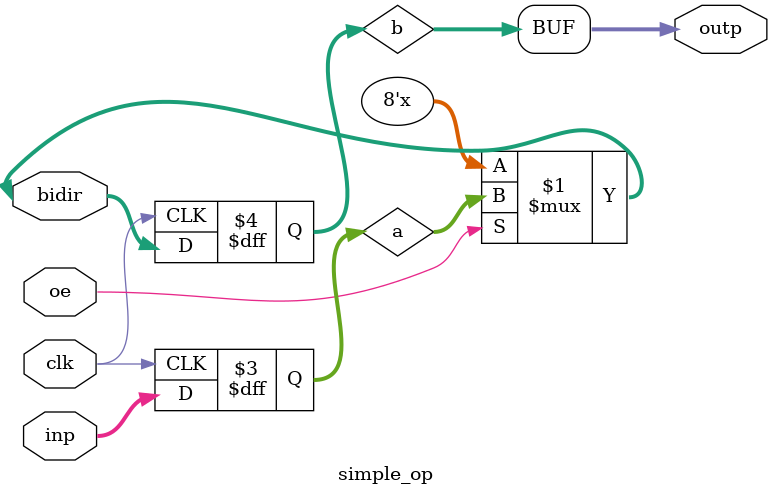
<source format=v>
module simple_op (oe, clk, inp, outp, bidir);

// Port Declaration

input   oe;
input   clk;
input   [7:0] inp;
output  [7:0] outp;
inout   [7:0] bidir;

reg     [7:0] a;
reg     [7:0] b;

assign bidir = oe ? a : 8'bZ ;
assign outp  = b;

// Always Construct

always @ (posedge clk)
begin
    b <= bidir;
    a <= inp;
end

endmodule

//example taken from intel

</source>
